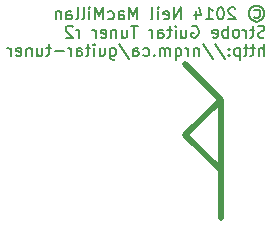
<source format=gbo>
G04 (created by PCBNEW (2013-07-07 BZR 4022)-stable) date 30/01/2014 10:35:41 PM*
%MOIN*%
G04 Gerber Fmt 3.4, Leading zero omitted, Abs format*
%FSLAX34Y34*%
G01*
G70*
G90*
G04 APERTURE LIST*
%ADD10C,0.00590551*%
%ADD11C,0.019685*%
G04 APERTURE END LIST*
G54D10*
G54D11*
X38031Y-26220D02*
X36850Y-25039D01*
X38031Y-28582D02*
X38031Y-26220D01*
X38031Y-26220D02*
X36850Y-27401D01*
X36850Y-27401D02*
X38031Y-28582D01*
X38031Y-28582D02*
X38031Y-30157D01*
G54D10*
X39154Y-23245D02*
X39191Y-23226D01*
X39266Y-23226D01*
X39304Y-23245D01*
X39341Y-23282D01*
X39360Y-23320D01*
X39360Y-23395D01*
X39341Y-23432D01*
X39304Y-23470D01*
X39266Y-23488D01*
X39191Y-23488D01*
X39154Y-23470D01*
X39229Y-23095D02*
X39323Y-23113D01*
X39416Y-23170D01*
X39473Y-23263D01*
X39491Y-23357D01*
X39473Y-23451D01*
X39416Y-23545D01*
X39323Y-23601D01*
X39229Y-23620D01*
X39135Y-23601D01*
X39041Y-23545D01*
X38985Y-23451D01*
X38967Y-23357D01*
X38985Y-23263D01*
X39041Y-23170D01*
X39135Y-23113D01*
X39229Y-23095D01*
X38517Y-23188D02*
X38498Y-23170D01*
X38460Y-23151D01*
X38367Y-23151D01*
X38329Y-23170D01*
X38310Y-23188D01*
X38292Y-23226D01*
X38292Y-23263D01*
X38310Y-23320D01*
X38535Y-23545D01*
X38292Y-23545D01*
X38048Y-23151D02*
X38010Y-23151D01*
X37973Y-23170D01*
X37954Y-23188D01*
X37935Y-23226D01*
X37917Y-23301D01*
X37917Y-23395D01*
X37935Y-23470D01*
X37954Y-23507D01*
X37973Y-23526D01*
X38010Y-23545D01*
X38048Y-23545D01*
X38085Y-23526D01*
X38104Y-23507D01*
X38123Y-23470D01*
X38142Y-23395D01*
X38142Y-23301D01*
X38123Y-23226D01*
X38104Y-23188D01*
X38085Y-23170D01*
X38048Y-23151D01*
X37542Y-23545D02*
X37767Y-23545D01*
X37654Y-23545D02*
X37654Y-23151D01*
X37692Y-23207D01*
X37729Y-23245D01*
X37767Y-23263D01*
X37204Y-23282D02*
X37204Y-23545D01*
X37298Y-23132D02*
X37392Y-23413D01*
X37148Y-23413D01*
X36698Y-23545D02*
X36698Y-23151D01*
X36473Y-23545D01*
X36473Y-23151D01*
X36136Y-23526D02*
X36173Y-23545D01*
X36248Y-23545D01*
X36286Y-23526D01*
X36304Y-23488D01*
X36304Y-23338D01*
X36286Y-23301D01*
X36248Y-23282D01*
X36173Y-23282D01*
X36136Y-23301D01*
X36117Y-23338D01*
X36117Y-23376D01*
X36304Y-23413D01*
X35948Y-23545D02*
X35948Y-23282D01*
X35948Y-23151D02*
X35967Y-23170D01*
X35948Y-23188D01*
X35929Y-23170D01*
X35948Y-23151D01*
X35948Y-23188D01*
X35704Y-23545D02*
X35742Y-23526D01*
X35761Y-23488D01*
X35761Y-23151D01*
X35254Y-23545D02*
X35254Y-23151D01*
X35123Y-23432D01*
X34992Y-23151D01*
X34992Y-23545D01*
X34636Y-23545D02*
X34636Y-23338D01*
X34655Y-23301D01*
X34692Y-23282D01*
X34767Y-23282D01*
X34805Y-23301D01*
X34636Y-23526D02*
X34673Y-23545D01*
X34767Y-23545D01*
X34805Y-23526D01*
X34823Y-23488D01*
X34823Y-23451D01*
X34805Y-23413D01*
X34767Y-23395D01*
X34673Y-23395D01*
X34636Y-23376D01*
X34280Y-23526D02*
X34317Y-23545D01*
X34392Y-23545D01*
X34430Y-23526D01*
X34448Y-23507D01*
X34467Y-23470D01*
X34467Y-23357D01*
X34448Y-23320D01*
X34430Y-23301D01*
X34392Y-23282D01*
X34317Y-23282D01*
X34280Y-23301D01*
X34111Y-23545D02*
X34111Y-23151D01*
X33980Y-23432D01*
X33848Y-23151D01*
X33848Y-23545D01*
X33661Y-23545D02*
X33661Y-23282D01*
X33661Y-23151D02*
X33680Y-23170D01*
X33661Y-23188D01*
X33642Y-23170D01*
X33661Y-23151D01*
X33661Y-23188D01*
X33417Y-23545D02*
X33455Y-23526D01*
X33473Y-23488D01*
X33473Y-23151D01*
X33211Y-23545D02*
X33248Y-23526D01*
X33267Y-23488D01*
X33267Y-23151D01*
X32892Y-23545D02*
X32892Y-23338D01*
X32911Y-23301D01*
X32949Y-23282D01*
X33023Y-23282D01*
X33061Y-23301D01*
X32892Y-23526D02*
X32930Y-23545D01*
X33023Y-23545D01*
X33061Y-23526D01*
X33080Y-23488D01*
X33080Y-23451D01*
X33061Y-23413D01*
X33023Y-23395D01*
X32930Y-23395D01*
X32892Y-23376D01*
X32705Y-23282D02*
X32705Y-23545D01*
X32705Y-23320D02*
X32686Y-23301D01*
X32649Y-23282D01*
X32592Y-23282D01*
X32555Y-23301D01*
X32536Y-23338D01*
X32536Y-23545D01*
X39491Y-24136D02*
X39435Y-24155D01*
X39341Y-24155D01*
X39304Y-24136D01*
X39285Y-24117D01*
X39266Y-24080D01*
X39266Y-24042D01*
X39285Y-24005D01*
X39304Y-23986D01*
X39341Y-23967D01*
X39416Y-23949D01*
X39454Y-23930D01*
X39473Y-23911D01*
X39491Y-23874D01*
X39491Y-23836D01*
X39473Y-23799D01*
X39454Y-23780D01*
X39416Y-23761D01*
X39323Y-23761D01*
X39266Y-23780D01*
X39154Y-23892D02*
X39004Y-23892D01*
X39098Y-23761D02*
X39098Y-24099D01*
X39079Y-24136D01*
X39041Y-24155D01*
X39004Y-24155D01*
X38873Y-24155D02*
X38873Y-23892D01*
X38873Y-23967D02*
X38854Y-23930D01*
X38835Y-23911D01*
X38798Y-23892D01*
X38760Y-23892D01*
X38573Y-24155D02*
X38610Y-24136D01*
X38629Y-24117D01*
X38648Y-24080D01*
X38648Y-23967D01*
X38629Y-23930D01*
X38610Y-23911D01*
X38573Y-23892D01*
X38517Y-23892D01*
X38479Y-23911D01*
X38460Y-23930D01*
X38442Y-23967D01*
X38442Y-24080D01*
X38460Y-24117D01*
X38479Y-24136D01*
X38517Y-24155D01*
X38573Y-24155D01*
X38273Y-24155D02*
X38273Y-23761D01*
X38273Y-23911D02*
X38235Y-23892D01*
X38160Y-23892D01*
X38123Y-23911D01*
X38104Y-23930D01*
X38085Y-23967D01*
X38085Y-24080D01*
X38104Y-24117D01*
X38123Y-24136D01*
X38160Y-24155D01*
X38235Y-24155D01*
X38273Y-24136D01*
X37767Y-24136D02*
X37804Y-24155D01*
X37879Y-24155D01*
X37917Y-24136D01*
X37935Y-24099D01*
X37935Y-23949D01*
X37917Y-23911D01*
X37879Y-23892D01*
X37804Y-23892D01*
X37767Y-23911D01*
X37748Y-23949D01*
X37748Y-23986D01*
X37935Y-24024D01*
X37073Y-23780D02*
X37110Y-23761D01*
X37167Y-23761D01*
X37223Y-23780D01*
X37260Y-23817D01*
X37279Y-23855D01*
X37298Y-23930D01*
X37298Y-23986D01*
X37279Y-24061D01*
X37260Y-24099D01*
X37223Y-24136D01*
X37167Y-24155D01*
X37129Y-24155D01*
X37073Y-24136D01*
X37054Y-24117D01*
X37054Y-23986D01*
X37129Y-23986D01*
X36717Y-23892D02*
X36717Y-24155D01*
X36886Y-23892D02*
X36886Y-24099D01*
X36867Y-24136D01*
X36829Y-24155D01*
X36773Y-24155D01*
X36736Y-24136D01*
X36717Y-24117D01*
X36529Y-24155D02*
X36529Y-23892D01*
X36529Y-23761D02*
X36548Y-23780D01*
X36529Y-23799D01*
X36511Y-23780D01*
X36529Y-23761D01*
X36529Y-23799D01*
X36398Y-23892D02*
X36248Y-23892D01*
X36342Y-23761D02*
X36342Y-24099D01*
X36323Y-24136D01*
X36286Y-24155D01*
X36248Y-24155D01*
X35948Y-24155D02*
X35948Y-23949D01*
X35967Y-23911D01*
X36004Y-23892D01*
X36079Y-23892D01*
X36117Y-23911D01*
X35948Y-24136D02*
X35986Y-24155D01*
X36079Y-24155D01*
X36117Y-24136D01*
X36136Y-24099D01*
X36136Y-24061D01*
X36117Y-24024D01*
X36079Y-24005D01*
X35986Y-24005D01*
X35948Y-23986D01*
X35761Y-24155D02*
X35761Y-23892D01*
X35761Y-23967D02*
X35742Y-23930D01*
X35723Y-23911D01*
X35686Y-23892D01*
X35648Y-23892D01*
X35273Y-23761D02*
X35048Y-23761D01*
X35161Y-24155D02*
X35161Y-23761D01*
X34748Y-23892D02*
X34748Y-24155D01*
X34917Y-23892D02*
X34917Y-24099D01*
X34898Y-24136D01*
X34861Y-24155D01*
X34805Y-24155D01*
X34767Y-24136D01*
X34748Y-24117D01*
X34561Y-23892D02*
X34561Y-24155D01*
X34561Y-23930D02*
X34542Y-23911D01*
X34505Y-23892D01*
X34448Y-23892D01*
X34411Y-23911D01*
X34392Y-23949D01*
X34392Y-24155D01*
X34055Y-24136D02*
X34092Y-24155D01*
X34167Y-24155D01*
X34205Y-24136D01*
X34223Y-24099D01*
X34223Y-23949D01*
X34205Y-23911D01*
X34167Y-23892D01*
X34092Y-23892D01*
X34055Y-23911D01*
X34036Y-23949D01*
X34036Y-23986D01*
X34223Y-24024D01*
X33867Y-24155D02*
X33867Y-23892D01*
X33867Y-23967D02*
X33848Y-23930D01*
X33830Y-23911D01*
X33792Y-23892D01*
X33755Y-23892D01*
X33323Y-24155D02*
X33323Y-23892D01*
X33323Y-23967D02*
X33305Y-23930D01*
X33286Y-23911D01*
X33248Y-23892D01*
X33211Y-23892D01*
X33098Y-23799D02*
X33080Y-23780D01*
X33042Y-23761D01*
X32949Y-23761D01*
X32911Y-23780D01*
X32892Y-23799D01*
X32874Y-23836D01*
X32874Y-23874D01*
X32892Y-23930D01*
X33117Y-24155D01*
X32874Y-24155D01*
X39473Y-24765D02*
X39473Y-24371D01*
X39304Y-24765D02*
X39304Y-24559D01*
X39323Y-24521D01*
X39360Y-24503D01*
X39416Y-24503D01*
X39454Y-24521D01*
X39473Y-24540D01*
X39173Y-24503D02*
X39023Y-24503D01*
X39116Y-24371D02*
X39116Y-24709D01*
X39098Y-24746D01*
X39060Y-24765D01*
X39023Y-24765D01*
X38948Y-24503D02*
X38798Y-24503D01*
X38892Y-24371D02*
X38892Y-24709D01*
X38873Y-24746D01*
X38835Y-24765D01*
X38798Y-24765D01*
X38667Y-24503D02*
X38667Y-24896D01*
X38667Y-24521D02*
X38629Y-24503D01*
X38554Y-24503D01*
X38517Y-24521D01*
X38498Y-24540D01*
X38479Y-24578D01*
X38479Y-24690D01*
X38498Y-24728D01*
X38517Y-24746D01*
X38554Y-24765D01*
X38629Y-24765D01*
X38667Y-24746D01*
X38310Y-24728D02*
X38292Y-24746D01*
X38310Y-24765D01*
X38329Y-24746D01*
X38310Y-24728D01*
X38310Y-24765D01*
X38310Y-24521D02*
X38292Y-24540D01*
X38310Y-24559D01*
X38329Y-24540D01*
X38310Y-24521D01*
X38310Y-24559D01*
X37842Y-24353D02*
X38179Y-24859D01*
X37429Y-24353D02*
X37767Y-24859D01*
X37298Y-24503D02*
X37298Y-24765D01*
X37298Y-24540D02*
X37279Y-24521D01*
X37242Y-24503D01*
X37185Y-24503D01*
X37148Y-24521D01*
X37129Y-24559D01*
X37129Y-24765D01*
X36942Y-24765D02*
X36942Y-24503D01*
X36942Y-24578D02*
X36923Y-24540D01*
X36904Y-24521D01*
X36867Y-24503D01*
X36829Y-24503D01*
X36529Y-24503D02*
X36529Y-24896D01*
X36529Y-24746D02*
X36567Y-24765D01*
X36642Y-24765D01*
X36679Y-24746D01*
X36698Y-24728D01*
X36717Y-24690D01*
X36717Y-24578D01*
X36698Y-24540D01*
X36679Y-24521D01*
X36642Y-24503D01*
X36567Y-24503D01*
X36529Y-24521D01*
X36342Y-24765D02*
X36342Y-24503D01*
X36342Y-24540D02*
X36323Y-24521D01*
X36286Y-24503D01*
X36229Y-24503D01*
X36192Y-24521D01*
X36173Y-24559D01*
X36173Y-24765D01*
X36173Y-24559D02*
X36154Y-24521D01*
X36117Y-24503D01*
X36061Y-24503D01*
X36023Y-24521D01*
X36004Y-24559D01*
X36004Y-24765D01*
X35817Y-24728D02*
X35798Y-24746D01*
X35817Y-24765D01*
X35836Y-24746D01*
X35817Y-24728D01*
X35817Y-24765D01*
X35461Y-24746D02*
X35498Y-24765D01*
X35573Y-24765D01*
X35611Y-24746D01*
X35629Y-24728D01*
X35648Y-24690D01*
X35648Y-24578D01*
X35629Y-24540D01*
X35611Y-24521D01*
X35573Y-24503D01*
X35498Y-24503D01*
X35461Y-24521D01*
X35123Y-24765D02*
X35123Y-24559D01*
X35142Y-24521D01*
X35179Y-24503D01*
X35254Y-24503D01*
X35292Y-24521D01*
X35123Y-24746D02*
X35161Y-24765D01*
X35254Y-24765D01*
X35292Y-24746D01*
X35311Y-24709D01*
X35311Y-24671D01*
X35292Y-24634D01*
X35254Y-24615D01*
X35161Y-24615D01*
X35123Y-24596D01*
X34655Y-24353D02*
X34992Y-24859D01*
X34355Y-24503D02*
X34355Y-24821D01*
X34373Y-24859D01*
X34392Y-24878D01*
X34430Y-24896D01*
X34486Y-24896D01*
X34523Y-24878D01*
X34355Y-24746D02*
X34392Y-24765D01*
X34467Y-24765D01*
X34505Y-24746D01*
X34523Y-24728D01*
X34542Y-24690D01*
X34542Y-24578D01*
X34523Y-24540D01*
X34505Y-24521D01*
X34467Y-24503D01*
X34392Y-24503D01*
X34355Y-24521D01*
X33998Y-24503D02*
X33998Y-24765D01*
X34167Y-24503D02*
X34167Y-24709D01*
X34148Y-24746D01*
X34111Y-24765D01*
X34055Y-24765D01*
X34017Y-24746D01*
X33998Y-24728D01*
X33811Y-24765D02*
X33811Y-24503D01*
X33811Y-24371D02*
X33830Y-24390D01*
X33811Y-24409D01*
X33792Y-24390D01*
X33811Y-24371D01*
X33811Y-24409D01*
X33680Y-24503D02*
X33530Y-24503D01*
X33623Y-24371D02*
X33623Y-24709D01*
X33605Y-24746D01*
X33567Y-24765D01*
X33530Y-24765D01*
X33230Y-24765D02*
X33230Y-24559D01*
X33248Y-24521D01*
X33286Y-24503D01*
X33361Y-24503D01*
X33398Y-24521D01*
X33230Y-24746D02*
X33267Y-24765D01*
X33361Y-24765D01*
X33398Y-24746D01*
X33417Y-24709D01*
X33417Y-24671D01*
X33398Y-24634D01*
X33361Y-24615D01*
X33267Y-24615D01*
X33230Y-24596D01*
X33042Y-24765D02*
X33042Y-24503D01*
X33042Y-24578D02*
X33023Y-24540D01*
X33005Y-24521D01*
X32967Y-24503D01*
X32930Y-24503D01*
X32799Y-24615D02*
X32499Y-24615D01*
X32367Y-24503D02*
X32217Y-24503D01*
X32311Y-24371D02*
X32311Y-24709D01*
X32292Y-24746D01*
X32255Y-24765D01*
X32217Y-24765D01*
X31917Y-24503D02*
X31917Y-24765D01*
X32086Y-24503D02*
X32086Y-24709D01*
X32067Y-24746D01*
X32030Y-24765D01*
X31974Y-24765D01*
X31936Y-24746D01*
X31917Y-24728D01*
X31730Y-24503D02*
X31730Y-24765D01*
X31730Y-24540D02*
X31711Y-24521D01*
X31674Y-24503D01*
X31617Y-24503D01*
X31580Y-24521D01*
X31561Y-24559D01*
X31561Y-24765D01*
X31224Y-24746D02*
X31261Y-24765D01*
X31336Y-24765D01*
X31374Y-24746D01*
X31392Y-24709D01*
X31392Y-24559D01*
X31374Y-24521D01*
X31336Y-24503D01*
X31261Y-24503D01*
X31224Y-24521D01*
X31205Y-24559D01*
X31205Y-24596D01*
X31392Y-24634D01*
X31036Y-24765D02*
X31036Y-24503D01*
X31036Y-24578D02*
X31017Y-24540D01*
X30999Y-24521D01*
X30961Y-24503D01*
X30924Y-24503D01*
M02*

</source>
